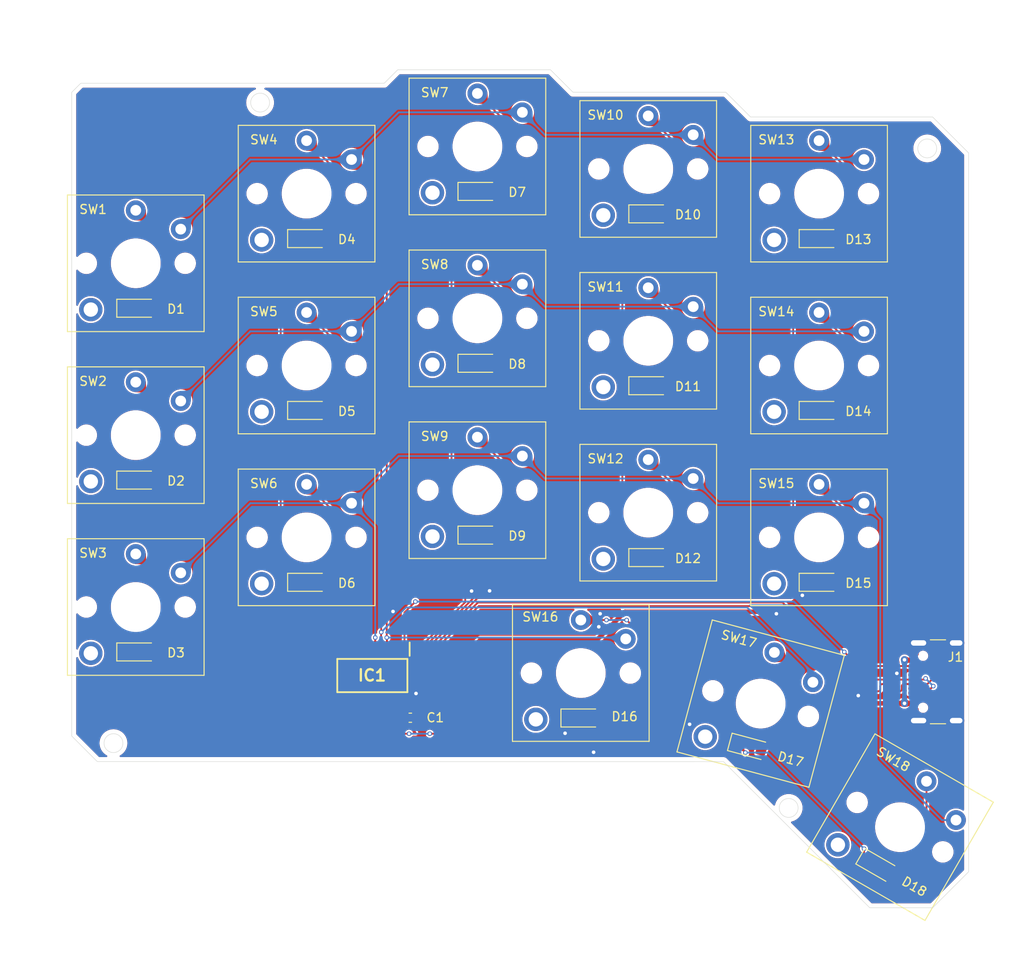
<source format=kicad_pcb>
(kicad_pcb (version 20240108) (generator "pcbnew") (generator_version "8.0")
  (layers (0 "F.Cu" signal) (31 "B.Cu" power) (34 "B.Paste" user) (35 "F.Paste" user) (36 "B.SilkS" user "B.Silkscreen") (37 "F.SilkS" user "F.Silkscreen") (38 "B.Mask" user) (39 "F.Mask" user) (44 "Edge.Cuts" user))
  (net 0 "")
  (net 1 "GND")
  (net 2 "/VBUS")
  (net 3 "Net-(D1-A)")
  (net 4 "/LROW0")
  (net 5 "Net-(D2-A)")
  (net 6 "Net-(D3-A)")
  (net 7 "Net-(D4-A)")
  (net 8 "/LROW1")
  (net 9 "Net-(D5-A)")
  (net 10 "Net-(D6-A)")
  (net 11 "Net-(D7-A)")
  (net 12 "/LROW2")
  (net 13 "/LROW3")
  (net 14 "Net-(D8-A)")
  (net 15 "Net-(D9-A)")
  (net 16 "Net-(D10-A)")
  (net 17 "Net-(D11-A)")
  (net 18 "Net-(D12-A)")
  (net 19 "Net-(D13-A)")
  (net 20 "/LROW4")
  (net 21 "Net-(D14-A)")
  (net 22 "/LROW5")
  (net 23 "Net-(D15-A)")
  (net 24 "Net-(D16-A)")
  (net 25 "Net-(D17-A)")
  (net 26 "Net-(D18-A)")
  (net 27 "/LCOL0")
  (net 28 "/LCOL2")
  (net 29 "/CC")
  (net 35 "/DP")
  (net 36 "/LCOL1")
  (net 38 "/DN")
  (footprint "choc_v1v2_compatible_withLED:SW_Kailh_Choc_V1V2_1.00u" (layer "F.Cu") (at 208.5 70.625)
    (property "Reference" "SW5")
    (property "Value" "SW_Push")
  )
  (footprint "Diode_SMD:D_SOD-123F" (layer "F.Cu") (at 227.55 89.5)
    (property "Reference" "D9")
    (property "Value" "1N4007")
  )
  (footprint "choc_v1v2_compatible_withLED:SW_Kailh_Choc_V1V2_1.00u" (layer "F.Cu") (at 189.5 97.5)
    (property "Reference" "SW3")
    (property "Value" "SW_Push")
  )
  (footprint "Diode_SMD:D_SOD-123F" (layer "F.Cu") (at 189.6 102.5)
    (property "Reference" "D3")
    (property "Value" "1N4007")
  )
  (footprint "choc_v1v2_compatible_withLED:SW_Kailh_Choc_V1V2_1.00u" (layer "F.Cu") (at 189.5 78.375)
    (property "Reference" "SW2")
    (property "Value" "SW_Push")
  )
  (footprint "Diode_SMD:D_SOD-123F" (layer "F.Cu") (at 189.6 64.25)
    (property "Reference" "D1")
    (property "Value" "1N4007")
  )
  (footprint "Diode_SMD:D_SOD-123F" (layer "F.Cu") (at 239 109.85)
    (property "Reference" "D16")
    (property "Value" "1N4007")
  )
  (footprint "Diode_SMD:D_SOD-123F" (layer "F.Cu") (at 227.55 51.25)
    (property "Reference" "D7")
    (property "Value" "1N4007")
  )
  (footprint "choc_v1v2_compatible_withLED:SW_Kailh_Choc_V1V2_1.00u" (layer "F.Cu") (at 208.5 89.75)
    (property "Reference" "SW6")
    (property "Value" "SW_Push")
  )
  (footprint "Diode_SMD:D_SOD-123F" (layer "F.Cu") (at 208.6 94.75)
    (property "Reference" "D6")
    (property "Value" "1N4007")
  )
  (footprint "Diode_SMD:D_SOD-123F" (layer "F.Cu") (at 189.6 83.375)
    (property "Reference" "D2")
    (property "Value" "1N4007")
  )
  (footprint "choc_v1v2_compatible_withLED:SW_Kailh_Choc_V1V2_1.00u" (layer "F.Cu") (at 274.5 122 -30)
    (property "Reference" "SW18")
    (property "Value" "SW_Push")
  )
  (footprint "Diode_SMD:D_SOD-123F" (layer "F.Cu") (at 227.55 70.375)
    (property "Reference" "D8")
    (property "Value" "1N4007")
  )
  (footprint "Diode_SMD:D_SOD-123F" (layer "F.Cu") (at 272 126.330127 -30)
    (property "Reference" "D18")
    (property "Value" "1N4007")
  )
  (footprint "Diode_SMD:D_SOD-123F" (layer "F.Cu") (at 265.5 94.75)
    (property "Reference" "D15")
    (property "Value" "1N4007")
  )
  (footprint "Diode_SMD:D_SOD-123F" (layer "F.Cu") (at 265.5 56.5)
    (property "Reference" "D13")
    (property "Value" "1N4007")
  )
  (footprint "choc_v1v2_compatible_withLED:SW_Kailh_Choc_V1V2_1.00u" (layer "F.Cu") (at 227.5 84.5)
    (property "Reference" "SW9")
    (property "Value" "SW_Push")
  )
  (footprint "choc_v1v2_compatible_withLED:SW_Kailh_Choc_V1V2_1.00u" (layer "F.Cu") (at 246.5 48.75)
    (property "Reference" "SW10")
    (property "Value" "SW_Push")
  )
  (footprint "Diode_SMD:D_SOD-123F" (layer "F.Cu") (at 208.6 75.625)
    (property "Reference" "D5")
    (property "Value" "1N4007")
  )
  (footprint "choc_v1v2_compatible_withLED:SW_Kailh_Choc_V1V2_1.00u" (layer "F.Cu") (at 265.5 89.75)
    (property "Reference" "SW15")
    (property "Value" "SW_Push")
  )
  (footprint "Diode_SMD:D_SOD-123F" (layer "F.Cu") (at 265.5 75.625)
    (property "Reference" "D14")
    (property "Value" "1N4007")
  )
  (footprint "choc_v1v2_compatible_withLED:SW_Kailh_Choc_V1V2_1.00u" (layer "F.Cu") (at 189.5 59.25)
    (property "Reference" "SW1")
    (property "Value" "SW_Push")
  )
  (footprint "choc_v1v2_compatible_withLED:SW_Kailh_Choc_V1V2_1.00u" (layer "F.Cu") (at 265.5 51.5)
    (property "Reference" "SW13")
    (property "Value" "SW_Push")
  )
  (footprint "choc_v1v2_compatible_withLED:SW_Kailh_Choc_V1V2_1.00u" (layer "F.Cu") (at 208.5 51.5)
    (property "Reference" "SW4")
    (property "Value" "SW_Push")
  )
  (footprint "choc_v1v2_compatible_withLED:SW_Kailh_Choc_V1V2_1.00u" (layer "F.Cu") (at 246.5 87)
    (property "Reference" "SW12")
    (property "Value" "SW_Push")
  )
  (footprint "choc_v1v2_compatible_withLED:SW_Kailh_Choc_V1V2_1.00u" (layer "F.Cu") (at 227.5 46.25)
    (property "Reference" "SW7")
    (property "Value" "SW_Push")
  )
  (footprint "choc_v1v2_compatible_withLED:SW_Kailh_Choc_V1V2_1.00u" (layer "F.Cu") (at 259 108.25 -15)
    (property "Reference" "SW17")
    (property "Value" "SW_Push")
  )
  (footprint "Diode_SMD:D_SOD-123F" (layer "F.Cu") (at 246.55 92)
    (property "Reference" "D12")
    (property "Value" "1N4007")
  )
  (footprint "Capacitor_SMD:C_0603_1608Metric_Pad1.08x0.95mm_HandSolder" (layer "F.Cu") (at 220.0375 109.82)
    (property "Reference" "C1")
    (property "Value" "2.2uF")
  )
  (footprint "Diode_SMD:D_SOD-123F" (layer "F.Cu") (at 257.705905 113.079629 -15)
    (property "Reference" "D17")
    (property "Value" "1N4007")
  )
  (footprint "choc_v1v2_compatible_withLED:SW_Kailh_Choc_V1V2_1.00u" (layer "F.Cu") (at 227.5 65.375)
    (property "Reference" "SW8")
    (property "Value" "SW_Push")
  )
  (footprint "Connector_USB:USB_C_Receptacle_GCT_USB4105-xx-A_16P_TopMnt_Horizontal" (layer "F.Cu") (at 279.675001 105.82 90)
    (property "Reference" "J1")
    (property "Value" "USB_C_Receptacle_USB2.0_16P")
  )
  (footprint "Diode_SMD:D_SOD-123F" (layer "F.Cu") (at 246.55 53.75)
    (property "Reference" "D10")
    (property "Value" "1N4007")
  )
  (footprint "Diode_SMD:D_SOD-123F" (layer "F.Cu") (at 246.55 72.875)
    (property "Reference" "D11")
    (property "Value" "1N4007")
  )
  (footprint "choc_v1v2_compatible_withLED:SW_Kailh_Choc_V1V2_1.00u" (layer "F.Cu") (at 265.5 70.625)
    (property "Reference" "SW14")
    (property "Value" "SW_Push")
  )
  (footprint "choc_v1v2_compatible_withLED:SW_Kailh_Choc_V1V2_1.00u" (layer "F.Cu") (at 239 104.85)
    (property "Reference" "SW16")
    (property "Value" "SW_Push")
  )
  (footprint "choc_v1v2_compatible_withLED:SW_Kailh_Choc_V1V2_1.00u" (layer "F.Cu") (at 246.5 67.875)
    (property "Reference" "SW11")
    (property "Value" "SW_Push")
  )
  (footprint "SOP65P640X120-24N:SOP65P640X120-24N" (layer "F.Cu") (at 215.812 105.125 -90)
    (property "Reference" "IC1")
    (property "Value" "XL9555__TSSOP-24_" (hide yes))
  )
  (footprint "Diode_SMD:D_SOD-123F" (layer "F.Cu") (at 208.6 56.5)
    (property "Reference" "D4")
    (property "Value" "1N4007")
  )
  (gr_circle (center 187.020228 112.649) (end 185.970228 112.649) (stroke (width 0.05)) (fill none) (layer "Edge.Cuts"))
  (gr_poly (pts (xy 282.131993 46.966666) (xy 278.131993 42.966666) (xy 257.881993 42.966666) (xy 255.131993 40.216666) (xy 238.131993 40.216666) (xy 235.631993 37.716666) (xy 218.631993 37.716666) (xy 217.131993 39.216666) (xy 183.381993 39.216666) (xy 182.381993 40.216666) (xy 182.381993 111.865266) (xy 185.216193 114.699466) (xy 254.869193 114.703866) (xy 271.131993 130.966666) (xy 278.131993 130.966666) (xy 282.131993 126.966666)) (stroke (width 0.05)) (fill none) (layer "Edge.Cuts"))
  (gr_circle (center 203.331993 41.366666) (end 202.281993 41.366666) (stroke (width 0.05)) (fill none) (layer "Edge.Cuts"))
  (gr_circle (center 277.531993 46.466666) (end 276.481993 46.466666) (stroke (width 0.05)) (fill none) (layer "Edge.Cuts"))
  (gr_circle (center 262.117793 119.858466) (end 261.067793 119.858466) (stroke (width 0.05)) (fill none) (layer "Edge.Cuts"))
  (via (at 260.752081 98.249999) (size 0.8) (drill 0.4) (layers "F.Cu" "B.Cu") (net 1))
  (via (at 237.25 111.5475) (size 0.8) (drill 0.4) (layers "F.Cu" "B.Cu") (net 1))
  (via (at 241.15 98.25) (size 0.8) (drill 0.4) (layers "F.Cu" "B.Cu") (net 1))
  (via (at 269.861042 107.358959) (size 0.8) (drill 0.4) (layers "F.Cu" "B.Cu") (net 1))
  (via (at 274.15 104.88) (size 0.8) (drill 0.4) (layers "F.Cu" "B.Cu") (net 1))
  (via (at 251.1 110.55) (size 0.8) (drill 0.4) (layers "F.Cu" "B.Cu") (net 1))
  (via (at 241 99.7) (size 0.8) (drill 0.4) (layers "F.Cu" "B.Cu") (net 1))
  (via (at 228.852397 95.7) (size 0.8) (drill 0.4) (layers "F.Cu" "B.Cu") (net 1))
  (via (at 263.639949 96.200001) (size 0.8) (drill 0.4) (layers "F.Cu" "B.Cu") (net 1))
  (via (at 220.671459 107.121458) (size 0.8) (drill 0.4) (layers "F.Cu" "B.Cu") (net 1))
  (via (at 240.422168 113.662117) (size 0.8) (drill 0.4) (layers "F.Cu" "B.Cu") (net 1))
  (via (at 226.849999 95.722499) (size 0.8) (drill 0.4) (layers "F.Cu" "B.Cu") (net 1))
  (via (at 218.11502 97.995031) (size 0.8) (drill 0.4) (layers "F.Cu" "B.Cu") (net 1))
  (segment (start 243.923 98.027) (end 240.8 101.15) (width 0.5) (layer "F.Cu") (net 2))
  (segment (start 240.8 101.15) (end 227.844999 101.15) (width 0.5) (layer "F.Cu") (net 2))
  (segment (start 275.049999 103.419999) (end 275.995 103.419999) (width 0.5) (layer "F.Cu") (net 2))
  (segment (start 275 108.220001) (end 275.995002 108.220001) (width 0.5) (layer "F.Cu") (net 2))
  (segment (start 275 103.37) (end 275.049999 103.419999) (width 0.5) (layer "F.Cu") (net 2))
  (segment (start 227.844999 101.15) (end 219.174999 109.82) (width 0.5) (layer "F.Cu") (net 2))
  (segment (start 269.520001 108.220001) (end 259.327 98.027) (width 0.5) (layer "F.Cu") (net 2))
  (segment (start 275.325459 108.220001) (end 275.995002 108.220001) (width 0.5) (layer "F.Cu") (net 2))
  (segment (start 259.327 98.027) (end 243.923 98.027) (width 0.5) (layer "F.Cu") (net 2))
  (segment (start 275 108.220001) (end 269.520001 108.220001) (width 0.5) (layer "F.Cu") (net 2))
  (via (at 275 108.220001) (size 0.8) (drill 0.4) (layers "F.Cu" "B.Cu") (net 2))
  (via (at 275 103.37) (size 0.8) (drill 0.4) (layers "F.Cu" "B.Cu") (net 2))
  (segment (start 275 103.37) (end 275 108.220001) (width 0.5) (layer "B.Cu") (net 2))
  (segment (start 192.379 56.229) (end 189.5 53.35) (width 0.2) (layer "F.Cu") (net 3))
  (segment (start 192.379 62.871) (end 192.379 56.229) (width 0.2) (layer "F.Cu") (net 3))
  (segment (start 191 64.25) (end 192.379 62.871) (width 0.2) (layer "F.Cu") (net 3))
  (segment (start 186.621 84.954) (end 188.2 83.375) (width 0.2) (layer "F.Cu") (net 4))
  (segment (start 186.621 65.829) (end 188.2 64.25) (width 0.2) (layer "F.Cu") (net 4))
  (segment (start 208.037552 102.5) (end 212.237 106.699448) (width 0.2) (layer "F.Cu") (net 4))
  (segment (start 188.2 102.5) (end 186.621 100.921) (width 0.2) (layer "F.Cu") (net 4))
  (segment (start 189.05 103.35) (end 191.65 103.35) (width 0.2) (layer "F.Cu") (net 4))
  (segment (start 188.2 102.5) (end 189.05 103.35) (width 0.2) (layer "F.Cu") (net 4))
  (segment (start 212.237 106.699448) (end 212.237 108.063) (width 0.2) (layer "F.Cu") (net 4))
  (segment (start 192.5 102.5) (end 208.037552 102.5) (width 0.2) (layer "F.Cu") (net 4))
  (segment (start 186.621 100.921) (end 186.621 84.954) (width 0.2) (layer "F.Cu") (net 4))
  (segment (start 186.621 81.796) (end 186.621 65.829) (width 0.2) (layer "F.Cu") (net 4))
  (segment (start 191.65 103.35) (end 192.5 102.5) (width 0.2) (layer "F.Cu") (net 4))
  (segment (start 188.2 83.375) (end 186.621 81.796) (width 0.2) (layer "F.Cu") (net 4))
  (segment (start 192.379 81.996) (end 192.379 75.354) (width 0.2) (layer "F.Cu") (net 5))
  (segment (start 192.379 75.354) (end 189.5 72.475) (width 0.2) (layer "F.Cu") (net 5))
  (segment (start 191 83.375) (end 192.379 81.996) (width 0.2) (layer "F.Cu") (net 5))
  (segment (start 191 102.5) (end 192.379 101.121) (width 0.2) (layer "F.Cu") (net 6))
  (segment (start 192.379 101.121) (end 192.379 94.479) (width 0.2) (layer "F.Cu") (net 6))
  (segment (start 192.379 94.479) (end 189.5 91.6) (width 0.2) (layer "F.Cu") (net 6))
  (segment (start 211.379 48.479) (end 208.5 45.6) (width 0.2) (layer "F.Cu") (net 7))
  (segment (start 211.379 55.121) (end 211.379 48.479) (width 0.2) (layer "F.Cu") (net 7))
  (segment (start 210 56.5) (end 211.379 55.121) (width 0.2) (layer "F.Cu") (net 7))
  (segment (start 205.621 58.079) (end 205.621 74.046) (width 0.2) (layer "F.Cu") (net 8))
  (segment (start 212.887 106.887) (end 212.887 108.063) (width 0.2) (layer "F.Cu") (net 8))
  (segment (start 205.621 74.046) (end 207.2 75.625) (width 0.2) (layer "F.Cu") (net 8))
  (segment (start 205.621 77.204) (end 205.621 93.171) (width 0.2) (layer "F.Cu") (net 8))
  (segment (start 207.2 75.625) (end 205.621 77.204) (width 0.2) (layer "F.Cu") (net 8))
  (segment (start 207.2 56.5) (end 205.621 58.079) (width 0.2) (layer "F.Cu") (net 8))
  (segment (start 207.2 101.2) (end 212.887 106.887) (width 0.2) (layer "F.Cu") (net 8))
  (segment (start 205.621 93.171) (end 207.2 94.75) (width 0.2) (layer "F.Cu") (net 8))
  (segment (start 207.2 94.75) (end 207.2 101.2) (width 0.2) (layer "F.Cu") (net 8))
  (segment (start 211.379 67.604) (end 208.5 64.725) (width 0.2) (layer "F.Cu") (net 9))
  (segment (start 210 75.625) (end 211.379 74.246) (width 0.2) (layer "F.Cu") (net 9))
  (segment (start 211.379 74.246) (end 211.379 67.604) (width 0.2) (layer "F.Cu") (net 9))
  (segment (start 210 94.75) (end 211.379 93.371) (width 0.2) (layer "F.Cu") (net 10))
  (segment (start 211.379 93.371) (end 211.379 86.729) (width 0.2) (layer "F.Cu") (net 10))
  (segment (start 211.379 86.729) (end 208.5 83.85) (width 0.2) (layer "F.Cu") (net 10))
  (segment (start 230.379 43.229) (end 227.5 40.35) (width 0.2) (layer "F.Cu") (net 11))
  (segment (start 228.95 51.25) (end 230.379 49.821) (width 0.2) (layer "F.Cu") (net 11))
  (segment (start 230.379 49.821) (end 230.379 43.229) (width 0.2) (layer "F.Cu") (net 11))
  (segment (start 226.15 70.375) (end 224.621 68.846) (width 0.2) (layer "F.Cu") (net 12))
  (segment (start 216.877 106.223) (end 214.477 106.223) (width 0.2) (layer "F.Cu") (net 12))
  (segment (start 214.477 106.223) (end 213.537 107.163) (width 0.2) (layer "F.Cu") (net 12))
  (segment (start 224.621 87.971) (end 224.621 71.904) (width 0.2) (layer "F.Cu") (net 12))
  (segment (start 224.621 68.846) (end 224.621 52.779) (width 0.2) (layer "F.Cu") (net 12))
  (segment (start 213.537 107.163) (end 213.537 108.063) (width 0.2) (layer "F.Cu") (net 12))
  (segment (start 224.621 52.779) (end 226.15 51.25) (width 0.2) (layer "F.Cu") (net 12))
  (segment (start 226.15 89.5) (end 226.15 96.95) (width 0.2) (layer "F.Cu") (net 12))
  (segment (start 226.15 89.5) (end 224.621 87.971) (width 0.2) (layer "F.Cu") (net 12))
  (segment (start 226.15 96.95) (end 216.877 106.223) (width 0.2) (layer "F.Cu") (net 12))
  (segment (start 224.621 71.904) (end 226.15 70.375) (width 0.2) (layer "F.Cu") (net 12))
  (segment (start 243.621 55.279) (end 245.15 53.75) (width 0.2) (layer "F.Cu") (net 13))
  (segment (start 214.725 106.55) (end 214.187 107.088) (width 0.2) (layer "F.Cu") (net 13))
  (segment (start 245.15 92) (end 243.621 90.471) (width 0.2) (layer "F.Cu") (net 13))
  (segment (start 245.15 92) (end 242.95 94.2) (width 0.2) (layer "F.Cu") (net 13))
  (segment (start 243.621 71.346) (end 243.621 55.279) (width 0.2) (layer "F.Cu") (net 13))
  (segment (start 214.187 107.088) (end 214.187 108.063) (width 0.2) (layer "F.Cu") (net 13))
  (segment (start 243.621 74.404) (end 245.15 72.875) (width 0.2) (layer "F.Cu") (net 13))
  (segment (start 229.362448 94.2) (end 217.012448 106.55) (width 0.2) (layer "F.Cu") (net 13))
  (segment (start 242.95 94.2) (end 229.362448 94.2) (width 0.2) (layer "F.Cu") (net 13))
  (segment (start 243.621 90.471) (end 243.621 74.404) (width 0.2) (layer "F.Cu") (net 13))
  (segment (start 217.012448 106.55) (end 214.725 106.55) (width 0.2) (layer "F.Cu") (net 13))
  (segment (start 245.15 72.875) (end 243.621 71.346) (width 0.2) (layer "F.Cu") (net 13))
  (segment (start 230.379 62.354) (end 227.5 59.475) (width 0.2) (layer "F.Cu") (net 14))
  (segment (start 228.95 70.375) (end 230.379 68.946) (width 0.2) (layer "F.Cu") (net 14))
  (segment (start 230.379 68.946) (end 230.379 62.354) (width 0.2) (layer "F.Cu") (net 14))
  (segment (start 228.95 89.5) (end 230.379 88.071) (width 0.2) (layer "F.Cu") (net 15))
  (segment (start 230.379 88.071) (end 230.379 81.479) (width 0.2) (layer "F.Cu") (net 15))
  (segment (start 230.379 81.479) (end 227.5 78.6) (width 0.2) (layer "F.Cu") (net 15))
  (segment (start 249.379 52.321) (end 249.379 45.729) (width 0.2) (layer "F.Cu") (net 16))
  (segment (start 247.95 53.75) (end 249.379 52.321) (width 0.2) (layer "F.Cu") (net 16))
  (segment (start 249.379 45.729) (end 246.5 42.85) (width 0.2) (layer "F.Cu") (net 16))
  (segment (start 249.379 64.854) (end 246.5 61.975) (width 0.2) (layer "F.Cu") (net 17))
  (segment (start 249.379 71.446) (end 249.379 64.854) (width 0.2) (layer "F.Cu") (net 17))
  (segment (start 247.95 72.875) (end 249.379 71.446) (width 0.2) (layer "F.Cu") (net 17))
  (segment (start 247.95 92) (end 249.379 90.571) (width 0.2) (layer "F.Cu") (net 18))
  (segment (start 249.379 83.979) (end 246.5 81.1) (width 0.2) (layer "F.Cu") (net 18))
  (segment (start 249.379 90.571) (end 249.379 83.979) (width 0.2) (layer "F.Cu") (net 18))
  (segment (start 266.9 56.5) (end 268.379 55.021) (width 0.2) (layer "F.Cu") (net 19))
  (segment (start 268.379 55.021) (end 268.379 48.479) (width 0.2) (layer "F.Cu") (net 19))
  (segment (start 268.379 48.479) (end 265.5 45.6) (width 0.2) (layer "F.Cu") (net 19))
  (segment (start 262.621 93.271) (end 262.621 77.104) (width 0.2) (layer "F.Cu") (net 20))
  (segment (start 215.123 106.877) (end 214.837 107.163) (width 0.2) (layer "F.Cu") (net 20))
  (segment (start 217.147896 106.877) (end 215.123 106.877) (width 0.2) (layer "F.Cu") (net 20))
  (segment (start 264.1 94.75) (end 262.35 96.5) (width 0.2) (layer "F.Cu") (net 20))
  (segment (start 262.621 77.104) (end 264.1 75.625) (width 0.2) (layer "F.Cu") (net 20))
  (segment (start 262.35 96.5) (end 227.524896 96.5) (width 0.2) (layer "F.Cu") (net 20))
  (segment (start 227.524896 96.5) (end 217.147896 106.877) (width 0.2) (layer "F.Cu") (net 20))
  (segment (start 264.1 75.625) (end 262.621 74.146) (width 0.2) (layer "F.Cu") (net 20))
  (segment (start 262.621 74.146) (end 262.621 57.979) (width 0.2) (layer "F.Cu") (net 20))
  (segment (start 264.1 94.75) (end 262.621 93.271) (width 0.2) (layer "F.Cu") (net 20))
  (segment (start 262.621 57.979) (end 264.1 56.5) (width 0.2) (layer "F.Cu") (net 20))
  (segment (start 214.837 107.163) (end 214.837 108.063) (width 0.2) (layer "F.Cu") (net 20))
  (segment (start 268.379 67.604) (end 265.5 64.725) (width 0.2) (layer "F.Cu") (net 21))
  (segment (start 268.379 74.146) (end 268.379 67.604) (width 0.2) (layer "F.Cu") (net 21))
  (segment (start 266.9 75.625) (end 268.379 74.146) (width 0.2) (layer "F.Cu") (net 21))
  (segment (start 237.6 109.85) (end 235.85 111.6) (width 0.2) (layer "F.Cu") (net 22))
  (segment (start 240.934744 110.7) (end 241.784744 109.85) (width 0.2) (layer "F.Cu") (net 22))
  (segment (start 257.3 113.663673) (end 256.353609 112.717282) (width 0.2) (layer "F.Cu") (net 22))
  (segment (start 235.85 111.6) (end 222.2 111.6) (width 0.2) (layer "F.Cu") (net 22))
  (segment (start 241.784744 109.85) (end 253.486327 109.85) (width 0.2) (layer "F.Cu") (net 22))
  (segment (start 219.9 111.6) (end 217.7 111.6) (width 0.2) (layer "F.Cu") (net 22))
  (segment (start 270.5 124.4) (end 270.5 125.342563) (width 0.2) (layer "F.Cu") (net 22))
  (segment (start 257.3 113.7) (end 257.3 113.663673) (width 0.2) (layer "F.Cu") (net 22))
  (segment (start 238.45 110.7) (end 240.934744 110.7) (width 0.2) (layer "F.Cu") (net 22))
  (segment (start 253.486327 109.85) (end 256.353609 112.717282) (width 0.2) (layer "F.Cu") (net 22))
  (segment (start 237.6 109.85) (end 238.45 110.7) (width 0.2) (layer "F.Cu") (net 22))
  (segment (start 215.487 109.387) (end 215.487 108.063) (width 0.2) (layer "F.Cu") (net 22))
  (segment (start 217.7 111.6) (end 215.487 109.387) (width 0.2) (layer "F.Cu") (net 22))
  (segment (start 270.5 125.342563) (end 270.787564 125.630127) (width 0.2) (layer "F.Cu") (net 22))
  (via (at 219.9 111.6) (size 0.5) (drill 0.3) (layers "F.Cu" "B.Cu") (net 22))
  (via (at 270.5 124.4) (size 0.5) (drill 0.3) (layers "F.Cu" "B.Cu") (net 22))
  (via (at 222.2 111.6) (size 0.5) (drill 0.3) (layers "F.Cu" "B.Cu") (net 22))
  (via (at 257.3 113.7) (size 0.5) (drill 0.3) (layers "F.Cu" "B.Cu") (net 22))
  (segment (start 257.3 113.7) (end 259.8 113.7) (width 0.2) (layer "B.Cu") (net 22))
  (segment (start 259.8 113.7) (end 270.5 124.4) (width 0.2) (layer "B.Cu") (net 22))
  (segment (start 222.2 111.6) (end 219.9 111.6) (width 0.2) (layer "B.Cu") (net 22))
  (segment (start 268.379 86.729) (end 265.5 83.85) (width 0.2) (layer "F.Cu") (net 23))
  (segment (start 268.379 93.271) (end 268.379 86.729) (width 0.2) (layer "F.Cu") (net 23))
  (segment (start 266.9 94.75) (end 268.379 93.271) (width 0.2) (layer "F.Cu") (net 23))
  (segment (start 245.804 106.046) (end 242.327 109.523) (width 0.2) (layer "F.Cu") (net 24))
  (segment (start 244.1 98.95) (end 245.804 100.654) (width 0.2) (layer "F.Cu") (net 24))
  (segment (start 241.85 98.95) (end 239 98.95) (width 0.2) (layer "F.Cu") (net 24))
  (segment (start 242.327 109.523) (end 241.649296 109.523) (width 0.2) (layer "F.Cu") (net 24))
  (segment (start 241.322296 109.85) (end 240.4 109.85) (width 0.2) (layer "F.Cu") (net 24))
  (segment (start 241.649296 109.523) (end 241.322296 109.85) (width 0.2) (layer "F.Cu") (net 24))
  (segment (start 245.804 100.654) (end 245.804 106.046) (width 0.2) (layer "F.Cu") (net 24))
  (via (at 244.1 98.95) (size 0.5) (drill 0.3) (layers "F.Cu" "B.Cu") (net 24))
  (via (at 241.85 98.95) (size 0.5) (drill 0.3) (layers "F.Cu" "B.Cu") (net 24))
  (segment (start 244.1 98.95) (end 241.85 98.95) (width 0.2) (layer "B.Cu") (net 24))
  (segment (start 261.879 103.903006) (end 260.527032 102.551038) (width 0.2) (layer "F.Cu") (net 25))
  (segment (start 261.879 110.621177) (end 261.879 103.903006) (width 0.2) (layer "F.Cu") (net 25))
  (segment (start 259.058201 113.441976) (end 261.879 110.621177) (width 0.2) (layer "F.Cu") (net 25))
  (segment (start 273.847521 127.030127) (end 277.45 123.427648) (width 0.2) (layer "F.Cu") (net 26))
  (segment (start 273.212436 127.030127) (end 273.847521 127.030127) (width 0.2) (layer "F.Cu") (net 26))
  (segment (start 277.45 123.427648) (end 277.45 116.89045) (width 0.2) (layer "F.Cu") (net 26))
  (segment (start 217.437 100.92198) (end 217.437 102.187) (width 0.2) (layer "F.Cu") (net 27))
  (segment (start 217.41502 100.9) (end 217.41502 51.61502) (width 0.2) (layer "F.Cu") (net 27))
  (segment (start 217.41502 100.9) (end 217.437 100.92198) (width 0.2) (layer "F.Cu") (net 27))
  (segment (start 217.41502 51.61502) (end 213.5 47.7) (width 0.2) (layer "F.Cu") (net 27))
  (via (at 217.41502 100.9) (size 0.5) (drill 0.3) (layers "F.Cu" "B.Cu") (net 27))
  (segment (start 194.5 55.45) (end 202.25 47.7) (width 0.2) (layer "B.Cu") (net 27))
  (segment (start 243.85 100.9) (end 244 101.05) (width 0.2) (layer "B.Cu") (net 27))
  (segment (start 235 44.95) (end 251.5 44.95) (width 0.2) (layer "B.Cu") (net 27))
  (segment (start 213.5 47.7) (end 218.75 42.45) (width 0.2) (layer "B.Cu") (net 27))
  (segment (start 218.75 42.45) (end 232.5 42.45) (width 0.2) (layer "B.Cu") (net 27))
  (segment (start 232.5 42.45) (end 235 44.95) (width 0.2) (layer "B.Cu") (net 27))
  (segment (start 254.25 47.7) (end 270.5 47.7) (width 0.2) (layer "B.Cu") (net 27))
  (segment (start 217.41502 100.9) (end 243.85 100.9) (width 0.2) (layer "B.Cu") (net 27))
  (segment (start 251.5 44.95) (end 254.25 47.7) (width 0.2) (layer "B.Cu") (net 27))
  (segment (start 202.25 47.7) (end 213.5 47.7) (width 0.2) (layer "B.Cu") (net 27))
  (segment (start 216.137 100.9) (end 216.137 102.187) (width 0.2) (layer "F.Cu") (net 28))
  (via (at 216.137 100.9) (size 0.5) (drill 0.3) (layers "F.Cu" "B.Cu") (net 28))
  (segment (start 216.137 100.9) (end 216.137 88.587) (width 0.2) (layer "B.Cu") (net 28))
  (segment (start 235 83.2) (end 251.5 83.2) (width 0.2) (layer "B.Cu") (net 28))
  (segment (start 279.174494 121.209104) (end 280.730128 121.209104) (width 0.2) (layer "B.Cu") (net 28))
  (segment (start 272.304 87.754) (end 272.304 114.33861) (width 0.2) (layer "B.Cu") (net 28))
  (segment (start 218.75 80.7) (end 232.5 80.7) (width 0.2) (layer "B.Cu") (net 28))
  (segment (start 232.5 80.7) (end 235 83.2) (width 0.2) (layer "B.Cu") (net 28))
  (segment (start 270.5 85.95) (end 272.304 87.754) (width 0.2) (layer "B.Cu") (net 28))
  (segment (start 251.5 83.2) (end 254.25 85.95) (width 0.2) (layer "B.Cu") (net 28))
  (segment (start 216.137 88.587) (end 213.5 85.95) (width 0.2) (layer "B.Cu") (net 28))
  (segment (start 272.304 114.33861) (end 279.174494 121.209104) (width 0.2) (layer "B.Cu") (net 28))
  (segment (start 254.25 85.95) (end 270.5 85.95) (width 0.2) (layer "B.Cu") (net 28))
  (segment (start 194.5 93.7) (end 202.25 85.95) (width 0.2) (layer "B.Cu") (net 28))
  (segment (start 213.5 85.95) (end 218.75 80.7) (width 0.2) (layer "B.Cu") (net 28))
  (segment (start 202.25 85.95) (end 213.5 85.95) (width 0.2) (layer "B.Cu") (net 28))
  (segment (start 268.3 102.5) (end 269.87 104.07) (width 0.2) (layer "F.Cu") (net 29))
  (segment (start 219.387 102.187) (end 219.387 98.113) (width 0.2) (layer "F.Cu") (net 29))
  (segment (start 219.387 98.113) (end 220.6 96.9) (width 0.2) (layer "F.Cu") (net 29))
  (segment (start 278.8 106.520244) (end 278.8 105.617308) (width 0.2) (layer "F.Cu") (net 29))
  (segment (start 278.250244 107.07) (end 278.8 106.520244) (width 0.2) (layer "F.Cu") (net 29))
  (segment (start 275.995002 107.07) (end 278.250244 107.07) (width 0.2) (layer "F.Cu") (net 29))
  (segment (start 277.252692 104.07) (end 275.995002 104.07) (width 0.2) (layer "F.Cu") (net 29))
  (segment (start 278.8 105.617308) (end 277.252692 104.07) (width 0.2) (layer "F.Cu") (net 29))
  (segment (start 269.87 104.07) (end 275.995002 104.07) (width 0.2) (layer "F.Cu") (net 29))
  (via (at 220.6 96.9) (size 0.5) (drill 0.3) (layers "F.Cu" "B.Cu") (net 29))
  (via (at 268.3 102.5) (size 0.5) (drill 0.3) (layers "F.Cu" "B.Cu") (net 29))
  (segment (start 268.3 102.5) (end 262.7 96.9) (width 0.2) (layer "B.Cu") (net 29))
  (segment (start 262.7 96.9) (end 220.6 96.9) (width 0.2) (layer "B.Cu") (net 29))
  (segment (start 275.995001 106.070001) (end 274.944259 106.070001) (width 0.2) (layer "F.Cu") (net 35))
  (segment (start 273.264259 106.881889) (end 273.144259 106.881889) (width 0.2) (layer "F.Cu") (net 35))
  (segment (start 270.504259 106.641889) (end 270.504259 106.310001) (width 0.2) (layer "F.Cu") (net 35))
  (segment (start 271.464259 106.070001) (end 271.344259 106.070001) (width 0.2) (layer "F.Cu") (net 35))
  (segment (start 270.864259 106.881889) (end 270.744259 106.881889) (width 0.2) (layer "F.Cu") (net 35))
  (segment (start 265.841279 101.991279) (end 261.25 97.4) (width 0.2) (layer "F.Cu") (net 35))
  (segment (start 271.104259 106.310001) (end 271.104259 106.641889) (width 0.2) (layer "F.Cu") (net 35))
  (segment (start 277.98 105.640244) (end 277.98 105.259756) (width 0.2) (layer "F.Cu") (net 35))
  (segment (start 277.109756 104.87) (end 276.909755 105.070001) (width 0.2) (layer "F.Cu") (net 35))
  (segment (start 277.590244 104.87) (end 277.109756 104.87) (width 0.2) (layer "F.Cu") (net 35))
  (segment (start 276.909755 105.070001) (end 275.995001 105.070001) (width 0.2) (layer "F.Cu") (net 35))
  (segment (start 274.464259 106.881889) (end 274.344259 106.881889) (width 0.2) (layer "F.Cu") (net 35))
  (segment (start 273.504259 106.310001) (end 273.504259 106.641889) (width 0.2) (layer "F.Cu") (net 35))
  (segment (start 275.38759 106.070001) (end 275.995001 106.070001) (width 0.2) (layer "F.Cu") (net 35))
  (segment (start 227.65 97.4) (end 218.737 106.313) (width 0.2) (layer "F.Cu") (net 35))
  (segment (start 261.25 97.4) (end 227.65 97.4) (width 0.2) (layer "F.Cu") (net 35))
  (segment (start 269.920001 106.070001) (end 265.841279 101.991279) (width 0.2) (layer "F.Cu") (net 35))
  (segment (start 275.995001 106.070001) (end 277.550243 106.070001) (width 0.2) (layer "F.Cu") (net 35))
  (segment (start 273.864259 106.070001) (end 273.744259 106.070001) (width 0.2) (layer "F.Cu") (net 35))
  (segment (start 270.144259 106.070001) (end 269.920001 106.070001) (width 0.2) (layer "F.Cu") (net 35))
  (segment (start 272.904259 106.641889) (end 272.904259 106.310001) (width 0.2) (layer "F.Cu") (net 35))
  (segment (start 218.737 106.313) (end 218.737 108.063) (width 0.2) (layer "F.Cu") (net 35))
  (segment (start 277.550243 106.070001) (end 277.98 105.640244) (width 0.2) (layer "F.Cu") (net 35))
  (segment (start 272.304259 106.310001) (end 272.304259 106.641889) (width 0.2) (layer "F.Cu") (net 35))
  (segment (start 271.704259 106.641889) (end 271.704259 106.310001) (width 0.2) (layer "F.Cu") (net 35))
  (segment (start 274.104259 106.641889) (end 274.104259 106.310001) (width 0.2) (layer "F.Cu") (net 35))
  (segment (start 272.064259 106.881889) (end 271.944259 106.881889) (width 0.2) (layer "F.Cu") (net 35))
  (segment (start 272.664259 106.070001) (end 272.544259 106.070001) (width 0.2) (layer "F.Cu") (net 35))
  (segment (start 274.704259 106.310001) (end 274.704259 106.641889) (width 0.2) (layer "F.Cu") (net 35))
  (segment (start 270.264259 106.070001) (end 270.144259 106.070001) (width 0.2) (layer "F.Cu") (net 35))
  (segment (start 277.98 105.259756) (end 277.590244 104.87) (width 0.2) (layer "F.Cu") (net 35))
  (arc (start 274.344259 106.881889) (mid 274.174553 106.811595) (end 274.104259 106.641889) (width 0.2) (layer "F.Cu") (net 35))
  (arc (start 271.104259 106.641889) (mid 271.033965 106.811595) (end 270.864259 106.881889) (width 0.2) (layer "F.Cu") (net 35))
  (arc (start 270.744259 106.881889) (mid 270.574553 106.811595) (end 270.504259 106.641889) (width 0.2) (layer "F.Cu") (net 35))
  (arc (start 270.504259 106.310001) (mid 270.433965 106.140295) (end 270.264259 106.070001) (width 0.2) (layer "F.Cu") (net 35))
  (arc (start 272.304259 106.641889) (mid 272.233965 106.811595) (end 272.064259 106.881889) (width 0.2) (layer "F.Cu") (net 35))
  (arc (start 274.704259 106.641889) (mid 274.633965 106.811595) (end 274.464259 106.881889) (width 0.2) (layer "F.Cu") (net 35))
  (arc (start 274.104259 106.310001) (mid 274.033965 106.140295) (end 273.864259 106.070001) (width 0.2) (layer "F.Cu") (net 35))
  (arc (start 274.944259 106.070001) (mid 274.774553 106.140295) (end 274.704259 106.310001) (width 0.2) (layer "F.Cu") (net 35))
  (arc (start 271.944259 106.881889) (mid 271.774553 106.811595) (end 271.704259 106.641889) (width 0.2) (layer "F.Cu") (net 35))
  (arc (start 273.144259 106.881889) (mid 272.974553 106.811595) (end 272.904259 106.641889) (width 0.2) (layer "F.Cu") (net 35))
  (arc (start 271.344259 106.070001) (mid 271.174553 106.140295) (end 271.104259 106.310001) (width 0.2) (layer "F.Cu") (net 35))
  (arc (start 273.744259 106.070001) (mid 273.574553 106.140295) (end 273.504259 106.310001) (width 0.2) (layer "F.Cu") (net 35))
  (arc (start 273.504259 106.641889) (mid 273.433965 106.811595) (end 273.264259 106.881889) (width 0.2) (layer "F.Cu") (net 35))
  (arc (start 271.704259 106.310001) (mid 271.633965 106.140295) (end 271.464259 106.070001) (width 0.2) (layer "F.Cu") (net 35))
  (arc (start 272.904259 106.310001) (mid 272.833965 106.140295) (end 272.664259 106.070001) (width 0.2) (layer "F.Cu") (net 35))
  (arc (start 272.544259 106.070001) (mid 272.374553 106.140295) (end 272.304259 106.310001) (width 0.2) (layer "F.Cu") (net 35))
  (segment (start 216.8 70.125) (end 213.5 66.825) (width 0.2) (layer "F.Cu") (net 36))
  (segment (start 216.8 100.3) (end 216.8 70.125) (width 0.2) (layer "F.Cu") (net 36))
  (segment (start 216.787 100.313) (end 216.787 102.187) (width 0.2) (layer "F.Cu") (net 36))
  (segment (start 216.8 100.3) (end 216.787 100.313) (width 0.2) (layer "F.Cu") (net 36))
  (via (at 216.8 100.3) (size 0.5) (drill 0.3) (layers "F.Cu" "B.Cu") (net 36))
  (segment (start 216.8 100.3) (end 219.55 97.55) (width 0.2) (layer "B.Cu") (net 36))
  (segment (start 194.5 74.575) (end 202.25 66.825) (width 0.2) (layer "B.Cu") (net 36))
  (segment (start 254.25 66.825) (end 270.5 66.825) (width 0.2) (layer "B.Cu") (net 36))
  (segment (start 251.5 64.075) (end 254.25 66.825) (width 0.2) (layer "B.Cu") (net 36))
  (segment (start 232.5 61.575) (end 235 64.075) (width 0.2) (layer "B.Cu") (net 36))
  (segment (start 219.55 97.55) (end 257.505893 97.55) (width 0.2) (layer "B.Cu") (net 36))
  (segment (start 264.813142 104.857249) (end 264.813142 105.873577) (width 0.2) (layer "B.Cu") (net 36))
  (segment (start 213.5 66.825) (end 218.75 61.575) (width 0.2) (layer "B.Cu") (net 36))
  (segment (start 202.25 66.825) (end 213.5 66.825) (width 0.2) (layer "B.Cu") (net 36))
  (segment (start 235 64.075) (end 251.5 64.075) (width 0.2) (layer "B.Cu") (net 36))
  (segment (start 218.75 61.575) (end 232.5 61.575) (width 0.2) (layer "B.Cu") (net 36))
  (segment (start 257.505893 97.55) (end 264.813142 104.857249) (width 0.2) (layer "B.Cu") (net 36))
  (segment (start 275.985001 105.58) (end 275.995 105.570001) (width 0.2) (layer "F.Cu") (net 38))
  (segment (start 227.55 97) (end 261.45 97) (width 0.2) (layer "F.Cu") (net 38))
  (segment (start 277.229999 105.570001) (end 277.35 105.45) (width 0.2) (layer "F.Cu") (net 38))
  (segment (start 218.087 108.063) (end 218.087 106.463) (width 0.2) (layer "F.Cu") (net 38))
  (segment (start 261.45 97) (end 270.03 105.58) (width 0.2) (layer "F.Cu") (net 38))
  (segment (start 270.03 105.58) (end 275.985001 105.58) (width 0.2) (layer "F.Cu") (net 38))
  (segment (start 277.93 106.57) (end 275.995001 106.57) (width 0.2) (layer "F.Cu") (net 38))
  (segment (start 278.2 106.3) (end 277.93 106.57) (width 0.2) (layer "F.Cu") (net 38))
  (segment (start 275.995 105.570001) (end 277.229999 105.570001) (width 0.2) (layer "F.Cu") (net 38))
  (segment (start 218.087 106.463) (end 227.55 97) (width 0.2) (layer "F.Cu") (net 38))
  (via (at 278.2 106.3) (size 0.5) (drill 0.3) (layers "F.Cu" "B.Cu") (net 38))
  (via (at 277.35 105.45) (size 0.5) (drill 0.3) (layers "F.Cu" "B.Cu") (net 38))
  (segment (start 278.2 106.3) (end 277.35 105.45) (width 0.2) (layer "B.Cu") (net 38))
  (zone (net 2) (net_name "/VBUS") (layer "F.Cu") (priority 1) (connect_pads yes (clearance 0.1)) (min_thickness 0.2) (fill yes (thermal_gap 0.5) (thermal_bridge_width 0.5) (smoothing chamfer))
    (polygon (pts (xy 215.5 109.3) (xy 215.5 107.2) (xy 220 107.2) (xy 220 110.3) (xy 220.8 111.6) (xy 217.7 111.6)))
  )
  (zone (net 1) (net_name "GND") (layers "F&B.Cu") (connect_pads yes (clearance 0.1)) (min_thickness 0.2) (fill yes (thermal_gap 0.5) (thermal_bridge_width 0.5) (smoothing chamfer))
    (polygon (pts (xy 177.5 30.6) (xy 288.3 30.6) (xy 288.3 126.6) (xy 278.3 136.6) (xy 186 136.6) (xy 174.4 125) (xy 174.4 33.7)))
  )
)
</source>
